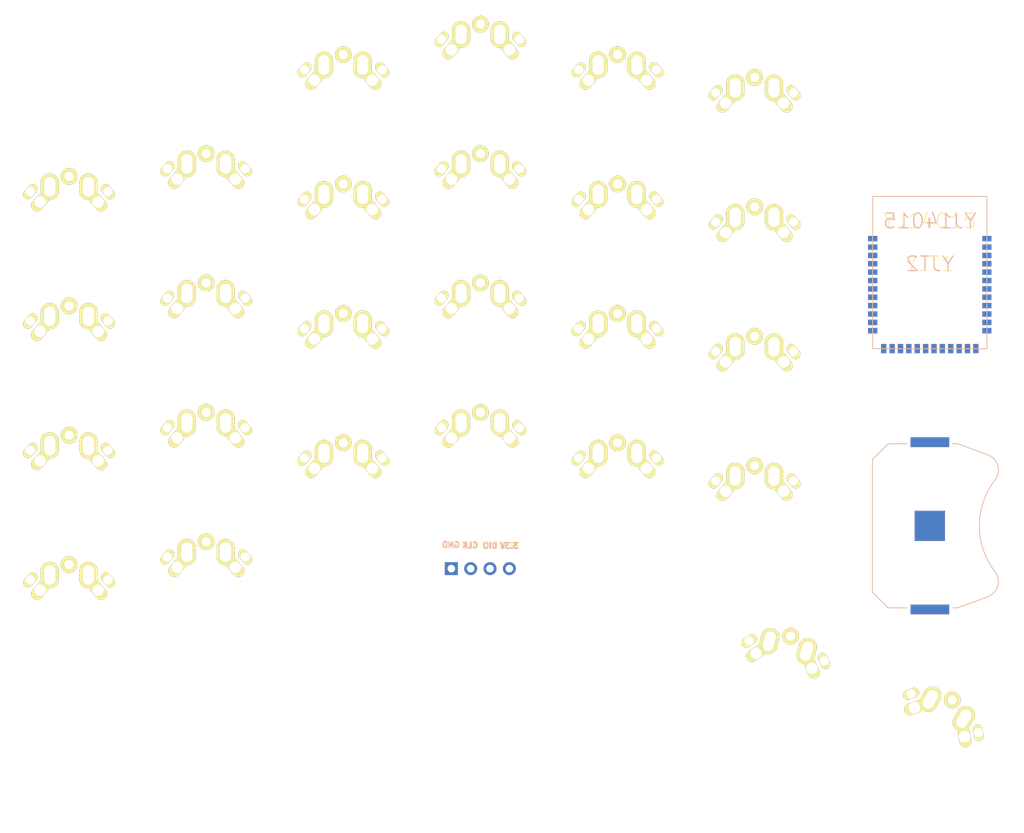
<source format=kicad_pcb>
(kicad_pcb (version 20221018) (generator pcbnew)
  (title_block (title "Keyboard") (date "${date}") (rev "${git_hash}") (comment 4 "Ian Kilgore"))
  (layers (0 "F.Cu" signal) (31 "B.Cu" signal) (34 "B.Paste" user) (35 "F.Paste" user) (36 "B.SilkS" user "B.Silkscreen") (37 "F.SilkS" user "F.Silkscreen") (38 "B.Mask" user) (39 "F.Mask" user) (44 "Edge.Cuts" user))
  (property "date" "2023-07-22T22:23-04:00")
  (property "git_hash" "Git:v0.1.0")
  (net 0 "")
  (net 1 "DIOL")
  (net 2 "CLKL")
  (net 3 "SW10L")
  (net 4 "SW20L")
  (net 5 "SW01L")
  (net 6 "SW11L")
  (net 7 "SW21L")
  (net 8 "SW02L")
  (net 9 "SW12L")
  (net 10 "SW22L")
  (net 11 "SW03L")
  (net 12 "SW13L")
  (net 13 "SW23L")
  (net 14 "SW04L")
  (net 15 "SW14L")
  (net 16 "SW24L")
  (net 17 "VCC")
  (net 18 "GND")
  (net 19 "SW05L")
  (net 20 "SW06L")
  (net 21 "SW07L")
  (net 22 "SW08L")
  (net 23 "SW09L")
  (net 24 "SW15L")
  (net 25 "SW16L")
  (net 26 "SW17L")
  (net 27 "SW18L")
  (net 28 "SW19L")
  (net 29 "SW25L")
  (net 30 "SW26L")
  (footprint "keyboard:MX_ALPS_PG1350_noLed" (layer "F.Cu") (at 180 68)
    (fp_text reference "SW22" hide)
    (fp_text value "SW_PUSH" hide)
  )
  (footprint "keyboard:MX_ALPS_PG1350_noLed" (layer "F.Cu") (at 108 95)
    (fp_text reference "SW7" hide)
    (fp_text value "SW_PUSH" hide)
  )
  (footprint "keyboard:MX_ALPS_PG1350_noLed" (layer "F.Cu") (at 126 48)
    (fp_text reference "SW9" hide)
    (fp_text value "SW_PUSH" hide)
  )
  (footprint "keyboard:MX_ALPS_PG1350_noLed" (layer "F.Cu") (at 108 112)
    (fp_text reference "SW8" hide)
    (fp_text value "SW_PUSH" hide)
  )
  (footprint "keyboard:MX_ALPS_PG1350_noLed" (layer "F.Cu") (at 162 99)
    (fp_text reference "SW20" hide)
    (fp_text value "SW_PUSH" hide)
  )
  (footprint "keyboard:MX_ALPS_PG1350_noLed" (layer "F.Cu") (at 180 51)
    (fp_text reference "SW21" hide)
    (fp_text value "SW_PUSH" hide)
  )
  (footprint "keyboard:MX_ALPS_PG1350_noLed" (layer "F.Cu") (at 126 99)
    (fp_text reference "SW12" hide)
    (fp_text value "SW_PUSH" hide)
  )
  (footprint "keyboard:MX_ALPS_PG1350_noLed" (layer "F.Cu") (at 126 82)
    (fp_text reference "SW11" hide)
    (fp_text value "SW_PUSH" hide)
  )
  (footprint "keyboard:MX_ALPS_PG1350_noLed" (layer "F.Cu") (at 162 82)
    (fp_text reference "SW19" hide)
    (fp_text value "SW_PUSH" hide)
  )
  (footprint "keyboard:MX_ALPS_PG1350_noLed" (layer "F.Cu") (at 108 61)
    (fp_text reference "SW5" hide)
    (fp_text value "SW_PUSH" hide)
  )
  (footprint "keyboard:MX_ALPS_PG1350_noLed" (layer "F.Cu") (at 108 78)
    (fp_text reference "SW6" hide)
    (fp_text value "SW_PUSH" hide)
  )
  (footprint "kbd:M2_HOLE_v2" (layer "F.Cu") (at 149 139)
    (fp_text reference "Ref**" hide)
    (fp_text value "Val**" hide)
  )
  (footprint "kbd:M2_HOLE_v2" (layer "F.Cu") (at 143 139)
    (fp_text reference "Ref**" hide)
    (fp_text value "Val**" hide)
  )
  (footprint "kbd:M2_HOLE_v2" (layer "F.Cu") (at 155 139)
    (fp_text reference "Ref**" hide)
    (fp_text value "Val**" hide)
  )
  (footprint "keyboard:MX_ALPS_PG1350_noLed" (layer "F.Cu") (at 90 64)
    (fp_text reference "SW1" hide)
    (fp_text value "SW_PUSH" hide)
  )
  (footprint "keyboard:MX_ALPS_PG1350_noLed" (layer "F.Cu") (at 90 98)
    (fp_text reference "SW3" hide)
    (fp_text value "SW_PUSH" hide)
  )
  (footprint "keyboard:MX_ALPS_PG1350_noLed" (layer "F.Cu") (at 90 115)
    (fp_text reference "SW4" hide)
    (fp_text value "SW_PUSH" hide)
  )
  (footprint "keyboard:MX_ALPS_PG1350_noLed" (layer "F.Cu") (at 144 44)
    (fp_text reference "SW13" hide)
    (fp_text value "SW_PUSH" hide)
  )
  (footprint "keyboard:MX_ALPS_PG1350_noLed" (layer "F.Cu") (at 90 81)
    (fp_text reference "SW2" hide)
    (fp_text value "SW_PUSH" hide)
  )
  (footprint "keyboard:MX_ALPS_PG1350_noLed" (layer "F.Cu") (at 126 65)
    (fp_text reference "SW10" hide)
    (fp_text value "SW_PUSH" hide)
  )
  (footprint "keyboard:MX_ALPS_PG1350_noLed" (layer "F.Cu") (at 144 61)
    (fp_text reference "SW14" hide)
    (fp_text value "SW_PUSH" hide)
  )
  (footprint "kbd:M2_HOLE_v2" (layer "F.Cu") (at 137 139)
    (fp_text reference "Ref**" hide)
    (fp_text value "Val**" hide)
  )
  (footprint "keyboard:BatteryHolder_Keystone_3034_1x20mm" (layer "F.Cu") (at 203 104 90)
    (fp_text reference "BT2" hide)
    (fp_text value "Device_Battery_Cell" hide)
  )
  (footprint "keyboard:PinHeader_1x04_P2.54mm_Horizontal" (layer "F.Cu") (at 147.8 109.625 -90)
    (fp_text reference "PROGL1" hide)
    (fp_text value "Conn_01x04_Male")
  )
  (footprint "keyboard:MX_ALPS_PG1350_noLed" (layer "F.Cu") (at 144 95)
    (fp_text reference "SW16" hide)
    (fp_text value "SW_PUSH" hide)
  )
  (footprint "keyboard:YJ-14015" (layer "F.Cu") (at 203 80.72526)
    (fp_text reference "YJT1")
    (fp_text value "YJ14015")
  )
  (footprint "keyboard:MX_ALPS_PG1350_noLed" (layer "F.Cu") (at 144 78)
    (fp_text reference "SW15" hide)
    (fp_text value "SW_PUSH" hide)
  )
  (footprint "keyboard:MX_ALPS_PG1350_noLed" (layer "F.Cu") (at 180 85)
    (fp_text reference "SW23" hide)
    (fp_text value "SW_PUSH" hide)
  )
  (footprint "keyboard:MX_ALPS_PG1350_noLed" (layer "F.Cu") (at 203 132 -30)
    (fp_text reference "SW26" hide)
    (fp_text value "SW_PUSH" hide)
  )
  (footprint "keyboard:MX_ALPS_PG1350_noLed" (layer "F.Cu") (at 180 102)
    (fp_text reference "SW24" hide)
    (fp_text value "SW_PUSH" hide)
  )
  (footprint "keyboard:MX_ALPS_PG1350_noLed" (layer "F.Cu") (at 162 48)
    (fp_text reference "SW17" hide)
    (fp_text value "SW_PUSH" hide)
  )
  (footprint "keyboard:MX_ALPS_PG1350_noLed" (layer "F.Cu") (at 162 65)
    (fp_text reference "SW18" hide)
    (fp_text value "SW_PUSH" hide)
  )
  (footprint "keyboard:MX_ALPS_PG1350_noLed" (layer "F.Cu") (at 183.2 124.200001 -15)
    (fp_text reference "SW25" hide)
    (fp_text value "SW_PUSH" hide)
  )
  (footprint "keyboard:BatteryHolder_Keystone_3034_1x20mm" (layer "B.Cu") (at 203 104 -90)
    (fp_text reference "BT1" hide)
    (fp_text value "Device_Battery_Cell" hide)
  )
  (footprint "keyboard:YJ-14015" (layer "B.Cu") (at 203 80.72526 180)
    (fp_text reference "YJT2")
    (fp_text value "YJ14015")
  )
  (gr_text "3.3V" (at 147.8 106.625) (layer "B.SilkS") (effects (font (size 0.75 0.75) (thickness 0.1875)) (justify mirror)))
  (gr_text "GND" (at 140.1292 106.498) (layer "B.SilkS") (effects (font (size 0.75 0.75) (thickness 0.1875)) (justify mirror)))
  (gr_text "DIO" (at 145.260001 106.5996) (layer "B.SilkS") (effects (font (size 0.75 0.75) (thickness 0.1875)) (justify mirror)))
  (gr_text "CLK" (at 142.643801 106.5488) (layer "B.SilkS") (effects (font (size 0.75 0.75) (thickness 0.1875)) (justify mirror)))
  (gr_text "3.3V" (at 147.8 106.625) (layer "F.SilkS") (effects (font (size 0.75 0.75) (thickness 0.1875))))
  (gr_text "DIO" (at 145.260001 106.5996) (layer "F.SilkS") (effects (font (size 0.75 0.75) (thickness 0.1875))))
  (gr_text "GND" (at 140.1292 106.5234) (layer "F.SilkS") (effects (font (size 0.75 0.75) (thickness 0.1875))))
  (gr_text "CLK" (at 142.643801 106.5488) (layer "F.SilkS") (effects (font (size 0.75 0.75) (thickness 0.1875))))
)
</source>
